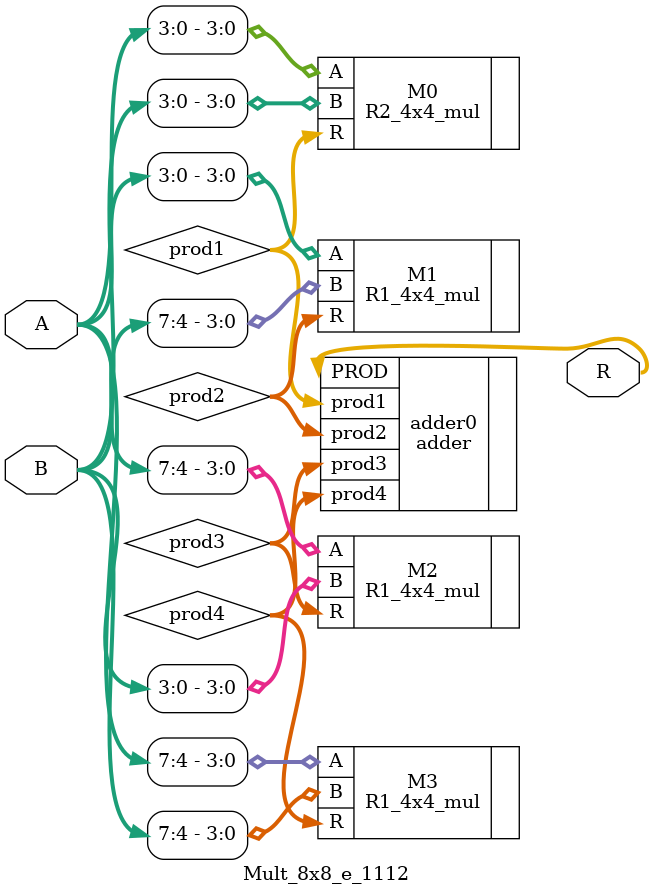
<source format=v>
module Mult_8x8_e_1112(
input [7:0] A,
input [7:0] B,
output [15:0]R
);
wire [7:0]prod1;
wire [7:0]prod2;
wire [7:0]prod3;
wire [7:0]prod4;

R2_4x4_mul M0(.A(A[3:0]),.B(B[3:0]),.R(prod1));
R1_4x4_mul M1(.A(A[3:0]),.B(B[7:4]),.R(prod2));
R1_4x4_mul M2(.A(A[7:4]),.B(B[3:0]),.R(prod3));
R1_4x4_mul M3(.A(A[7:4]),.B(B[7:4]),.R(prod4));
adder adder0(.prod1(prod1),.prod2(prod2),.prod3(prod3),.prod4(prod4),.PROD(R));
endmodule

</source>
